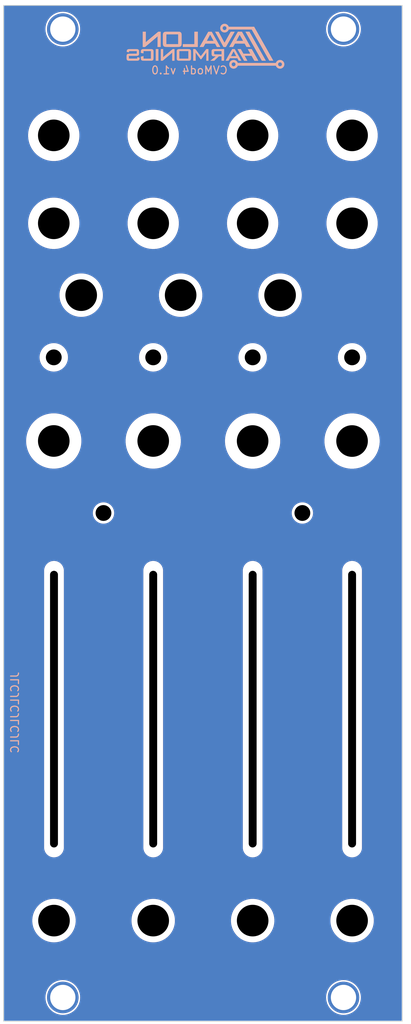
<source format=kicad_pcb>
(kicad_pcb (version 20240108) (generator "pcbnew") (generator_version "8.0")
  (layers (0 "F.Cu" signal) (31 "B.Cu" signal) (34 "B.Paste" user) (35 "F.Paste" user) (36 "B.SilkS" user "B.Silkscreen") (37 "F.SilkS" user "F.Silkscreen") (38 "B.Mask" user) (39 "F.Mask" user) (44 "Edge.Cuts" user))
  (net 0 "")
  (net 1 "GND")
  (footprint "Panels:Panel LED 3mm" (layer "F.Cu") (at 72.014 76.322)
    (property "Reference" "REF**" (hide yes))
    (property "Value" "Panel LED 3mm" (hide yes))
    (pad "" np_thru_hole circle (at 0 0) (size 2 2) (drill 3.1) (layers "Dwgs.User"))
  )
  (footprint "Panels:Panel Jack" (layer "F.Cu") (at 46.8172 48.2396)
    (property "Reference" "REF**" (hide yes))
    (property "Value" "Panel Jack" (hide yes))
    (pad "" np_thru_hole circle (at 0 0) (size 4 4) (drill 6) (layers "Dwgs.User"))
  )
  (footprint "Panels:Panel LED 3mm" (layer "F.Cu") (at 59.4156 76.322)
    (property "Reference" "REF**" (hide yes))
    (property "Value" "Panel LED 3mm" (hide yes))
    (pad "" np_thru_hole circle (at 0 0) (size 2 2) (drill 3.1) (layers "Dwgs.User"))
  )
  (footprint "Panels:Panel LED 3mm" (layer "F.Cu") (at 84.6124 76.322)
    (property "Reference" "REF**" (hide yes))
    (property "Value" "Panel LED 3mm" (hide yes))
    (pad "" np_thru_hole circle (at 0 0) (size 2 2) (drill 3.1) (layers "Dwgs.User"))
  )
  (footprint "Panels:Panel Avalon Harmonics Small 13mm" (layer "F.Cu") (at 65.7116 156.4132)
    (property "Reference" "G***" (hide yes))
    (property "Value" "LOGO" (hide yes))
  )
  (footprint "Panels:Panel Jack" (layer "F.Cu") (at 72.014 59.3648)
    (property "Reference" "REF**" (hide yes))
    (property "Value" "Panel Jack" (hide yes))
    (pad "" np_thru_hole circle (at 0 0) (size 4 4) (drill 6) (layers "Dwgs.User"))
  )
  (footprint "Panels:Panel Screw" (layer "F.Cu") (at 47.9616 34.7976)
    (property "Reference" "REF**" (hide yes))
    (property "Value" "Panel Screw" (hide yes))
    (pad "" thru_hole circle (at 0 0) (size 4 4) (drill 3.2) (layers "*.Cu" "*.Mask"))
  )
  (footprint "Panels:Panel Switch SubMini" (layer "F.Cu") (at 84.6124 147.574)
    (property "Reference" "REF**" (hide yes))
    (property "Value" "Panel Switch SubMini" (hide yes))
    (pad "" np_thru_hole circle (at 0 0) (size 4 4) (drill 5) (layers "Dwgs.User"))
  )
  (footprint "Panels:Panel Slide Pot 30mm 10 Ticks" (layer "F.Cu") (at 72.014 120.8228)
    (property "Reference" "REF**" (hide yes))
    (property "Value" "Panel Slide Pot 30mm 10 Ticks" (hide yes))
    (pad "" np_thru_hole roundrect (at 0 0) (size 1 35) (drill oval 2 37) (layers "Dwgs.User") (roundrect_rratio 0.5))
  )
  (footprint "Panels:Panel Trimmer Pot" (layer "F.Cu") (at 59.4156 86.9002)
    (property "Reference" "REF**" (hide yes))
    (property "Value" "Panel Trimmer Pot" (hide yes))
    (pad "" np_thru_hole circle (at 0 0) (size 4 4) (drill 6.5) (layers "Dwgs.User"))
  )
  (footprint "Panels:Panel Slide Pot 30mm 10 Ticks" (layer "F.Cu") (at 46.8452 120.8228)
    (property "Reference" "REF**" (hide yes))
    (property "Value" "Panel Slide Pot 30mm 10 Ticks" (hide yes))
    (pad "" np_thru_hole roundrect (at 0 0) (size 1 35) (drill oval 2 37) (layers "Dwgs.User") (roundrect_rratio 0.5))
  )
  (footprint "Panels:Panel Screw" (layer "F.Cu") (at 83.5216 157.2976)
    (property "Reference" "REF**" (hide yes))
    (property "Value" "Panel Screw" (hide yes))
    (pad "" thru_hole circle (at 0 0) (size 4 4) (drill 3.2) (layers "*.Cu" "*.Mask"))
  )
  (footprint "Panels:Panel Jack" (layer "F.Cu") (at 84.6124 59.3648)
    (property "Reference" "REF**" (hide yes))
    (property "Value" "Panel Jack" (hide yes))
    (pad "" np_thru_hole circle (at 0 0) (size 4 4) (drill 6) (layers "Dwgs.User"))
  )
  (footprint "Panels:Panel Switch SubMini" (layer "F.Cu") (at 59.4156 147.574)
    (property "Reference" "REF**" (hide yes))
    (property "Value" "Panel Switch SubMini" (hide yes))
    (pad "" np_thru_hole circle (at 0 0) (size 4 4) (drill 5) (layers "Dwgs.User"))
  )
  (footprint "Panels_Graphics:CVMod4_Panel" (layer "F.Cu") (at 65.682 96.039)
    (property "Reference" "G***" (hide yes))
    (property "Value" "LOGO" (hide yes))
  )
  (footprint "Panels:Panel LED 3mm" (layer "F.Cu") (at 46.8172 76.322)
    (property "Reference" "REF**" (hide yes))
    (property "Value" "Panel LED 3mm" (hide yes))
    (pad "" np_thru_hole circle (at 0 0) (size 2 2) (drill 3.1) (layers "Dwgs.User"))
  )
  (footprint "Panels:Panel Switch SubMini" (layer "F.Cu") (at 50.292 68.453)
    (property "Reference" "REF**" (hide yes))
    (property "Value" "Panel Switch SubMini" (hide yes))
    (pad "" np_thru_hole circle (at 0 0) (size 4 4) (drill 5) (layers "Dwgs.User"))
  )
  (footprint "Panels:Panel Trimmer Pot" (layer "F.Cu") (at 72.00975 86.908141)
    (property "Reference" "REF**" (hide yes))
    (property "Value" "Panel Trimmer Pot" (hide yes))
    (pad "" np_thru_hole circle (at 0 0) (size 4 4) (drill 6.5) (layers "Dwgs.User"))
  )
  (footprint "Panels:Panel Screw M2" (layer "F.Cu") (at 78.3132 96.012)
    (property "Reference" "REF**" (hide yes))
    (property "Value" "Panel Screw M2" (hide yes))
    (pad "" np_thru_hole circle (at 0 0) (size 2 2) (drill 2.2) (layers "Dwgs.User"))
  )
  (footprint "Panels:Panel Slide Pot 30mm 10 Ticks" (layer "F.Cu") (at 84.6124 120.8228)
    (property "Reference" "REF**" (hide yes))
    (property "Value" "Panel Slide Pot 30mm 10 Ticks" (hide yes))
    (pad "" np_thru_hole roundrect (at 0 0) (size 1 35) (drill oval 2 37) (layers "Dwgs.User") (roundrect_rratio 0.5))
  )
  (footprint "Panels:Panel Screw" (layer "F.Cu") (at 83.5216 34.7976)
    (property "Reference" "REF**" (hide yes))
    (property "Value" "Panel Screw" (hide yes))
    (pad "" thru_hole circle (at 0 0) (size 4 4) (drill 3.2) (layers "*.Cu" "*.Mask"))
  )
  (footprint "Panels:Panel Screw" (layer "F.Cu") (at 47.9616 157.2976)
    (property "Reference" "REF**" (hide yes))
    (property "Value" "Panel Screw" (hide yes))
    (pad "" thru_hole circle (at 0 0) (size 4 4) (drill 3.2) (layers "*.Cu" "*.Mask"))
  )
  (footprint "Panels:Panel Jack" (layer "F.Cu") (at 59.4156 48.2396)
    (property "Reference" "REF**" (hide yes))
    (property "Value" "Panel Jack" (hide yes))
    (pad "" np_thru_hole circle (at 0 0) (size 4 4) (drill 6) (layers "Dwgs.User"))
  )
  (footprint "Panels:Panel Trimmer Pot" (layer "F.Cu") (at 84.60815 86.908141)
    (property "Reference" "REF**" (hide yes))
    (property "Value" "Panel Trimmer Pot" (hide yes))
    (pad "" np_thru_hole circle (at 0 0) (size 4 4) (drill 6.5) (layers "Dwgs.User"))
  )
  (footprint "Panels:Panel Jack" (layer "F.Cu") (at 72.014 48.2396)
    (property "Reference" "REF**" (hide yes))
    (property "Value" "Panel Jack" (hide yes))
    (pad "" np_thru_hole circle (at 0 0) (size 4 4) (drill 6) (layers "Dwgs.User"))
  )
  (footprint "Panels:Panel Jack" (layer "F.Cu") (at 59.4156 59.3648)
    (property "Reference" "REF**" (hide yes))
    (property "Value" "Panel Jack" (hide yes))
    (pad "" np_thru_hole circle (at 0 0) (size 4 4) (drill 6) (layers "Dwgs.User"))
  )
  (footprint "Panels:Panel Jack" (layer "F.Cu") (at 84.6124 48.2396)
    (property "Reference" "REF**" (hide yes))
    (property "Value" "Panel Jack" (hide yes))
    (pad "" np_thru_hole circle (at 0 0) (size 4 4) (drill 6) (layers "Dwgs.User"))
  )
  (footprint "Panels:Panel Jack" (layer "F.Cu") (at 46.8172 59.3648)
    (property "Reference" "REF**" (hide yes))
    (property "Value" "Panel Jack" (hide yes))
    (pad "" np_thru_hole circle (at 0 0) (size 4 4) (drill 6) (layers "Dwgs.User"))
  )
  (footprint "Panels:Panel Switch SubMini" (layer "F.Cu") (at 75.4888 68.453)
    (property "Reference" "REF**" (hide yes))
    (property "Value" "Panel Switch SubMini" (hide yes))
    (pad "" np_thru_hole circle (at 0 0) (size 4 4) (drill 5) (layers "Dwgs.User"))
  )
  (footprint "Panels:Panel Trimmer Pot" (layer "F.Cu") (at 46.8172 86.9002)
    (property "Reference" "REF**" (hide yes))
    (property "Value" "Panel Trimmer Pot" (hide yes))
    (pad "" np_thru_hole circle (at 0 0) (size 4 4) (drill 6.5) (layers "Dwgs.User"))
  )
  (footprint "Panels:Panel Switch SubMini" (layer "F.Cu") (at 72.014 147.574)
    (property "Reference" "REF**" (hide yes))
    (property "Value" "Panel Switch SubMini" (hide yes))
    (pad "" np_thru_hole circle (at 0 0) (size 4 4) (drill 5) (layers "Dwgs.User"))
  )
  (footprint "Panels:Panel Slide Pot 30mm 10 Ticks" (layer "F.Cu") (at 59.4156 120.8228)
    (property "Reference" "REF**" (hide yes))
    (property "Value" "Panel Slide Pot 30mm 10 Ticks" (hide yes))
    (pad "" np_thru_hole roundrect (at 0 0) (size 1 35) (drill oval 2 37) (layers "Dwgs.User") (roundrect_rratio 0.5))
  )
  (footprint "Panels:Panel Switch SubMini" (layer "F.Cu") (at 62.8904 68.453)
    (property "Reference" "REF**" (hide yes))
    (property "Value" "Panel Switch SubMini" (hide yes))
    (pad "" np_thru_hole circle (at 0 0) (size 4 4) (drill 5) (layers "Dwgs.User"))
  )
  (footprint "Panels:Panel Switch SubMini" (layer "F.Cu") (at 46.8452 147.574)
    (property "Reference" "REF**" (hide yes))
    (property "Value" "Panel Switch SubMini" (hide yes))
    (pad "" np_thru_hole circle (at 0 0) (size 4 4) (drill 5) (layers "Dwgs.User"))
  )
  (footprint "Panels:Panel Screw M2" (layer "F.Cu") (at 53.1164 96.012)
    (property "Reference" "REF**" (hide yes))
    (property "Value" "Panel Screw M2" (hide yes))
    (pad "" np_thru_hole circle (at 0 0) (size 2 2) (drill 2.2) (layers "Dwgs.User"))
  )
  (footprint "Logos:Avalon Harmonics 20mm" (layer "B.Cu") (at 66.04 36.957 180)
    (property "Reference" "G***" (hide yes))
    (property "Value" "LOGO" (hide yes))
    (fp_poly (pts (xy 6.306072 -1.844965) (xy 5.964412 -1.844965) (xy 5.964412 -0.361183) (xy 6.306072 -0.361183)) (fill solid) (layer "B.SilkS"))
    (fp_poly (pts (xy 1.415449 0.263567) (xy 2.880138 0.263567) (xy 2.877482 0.080535) (xy 2.874827 -0.102498) (xy 1.927174 -0.104986) (xy 1.792812 -0.105273) (xy 1.663999 -0.105418) (xy 1.542073 -0.105429) (xy 1.428372 -0.105309) (xy 1.324237 -0.105066) (xy 1.231004 -0.104705) (xy 1.150014 -0.104231) (xy 1.082604 -0.103651) (xy 1.030114 -0.102969) (xy 0.993881 -0.102193) (xy 0.975245 -0.101326) (xy 0.972966 -0.100919) (xy 0.972045 -0.090441) (xy 0.971163 -0.061766) (xy 0.970328 -0.016221) (xy 0.969549 0.044868) (xy 0.968836 0.120174) (xy 0.968197 0.208371) (xy 0.967641 0.308132) (xy 0.967177 0.418131) (xy 0.966815 0.537041) (xy 0.966563 0.663535) (xy 0.966429 0.796288) (xy 0.96641 0.870421) (xy 0.96641 1.835204) (xy 1.415449 1.835204)) (fill solid) (layer "B.SilkS"))
    (fp_poly (pts (xy 5.661798 -1.844965) (xy 5.426881 -1.844965) (xy 5.078218 -1.551221) (xy 4.999685 -1.485069) (xy 4.919275 -1.417356) (xy 4.839575 -1.350259) (xy 4.763171 -1.285954) (xy 4.69265 -1.226618) (xy 4.630597 -1.174428) (xy 4.5796 -1.131561) (xy 4.559152 -1.114384) (xy 4.503752 -1.067659) (xy 4.447584 -1.019923) (xy 4.394376 -0.974371) (xy 4.347856 -0.934198) (xy 4.311753 -0.902598) (xy 4.305347 -0.896908) (xy 4.221944 -0.822525) (xy 4.227642 -1.844965) (xy 3.924212 -1.844965) (xy 3.924212 -0.361183) (xy 4.038912 -0.361223) (xy 4.153612 -0.361262) (xy 4.719792 -0.834667) (xy 4.811698 -0.911653) (xy 4.900002 -0.985893) (xy 4.983439 -1.056306) (xy 5.060744 -1.121813) (xy 5.13065 -1.181332) (xy 5.191894 -1.233784) (xy 5.243208 -1.278087) (xy 5.283328 -1.313162) (xy 5.310989 -1.337927) (xy 5.324924 -1.351303) (xy 5.325019 -1.351408) (xy 5.364066 -1.394744) (xy 5.360937 -0.877963) (xy 5.357808 -0.361183) (xy 5.661798 -0.361183)) (fill solid) (layer "B.SilkS"))
    (fp_poly (pts (xy -5.231781 1.835017) (xy -5.169015 1.834401) (xy -5.122259 1.833269) (xy -5.089758 1.831539) (xy -5.069756 1.829124) (xy -5.060499 1.82594) (xy -5.059549 1.823002) (xy -5.064779 1.813456) (xy -5.079191 1.787707) (xy -5.102342 1.746537) (xy -5.133791 1.690728) (xy -5.173094 1.621062) (xy -5.219811 1.538323) (xy -5.273497 1.443293) (xy -5.33371 1.336755) (xy -5.400009 1.21949) (xy -5.471951 1.092282) (xy -5.549093 0.955913) (xy -5.630993 0.811165) (xy -5.717208 0.658821) (xy -5.807297 0.499664) (xy -5.900816 0.334476) (xy -5.997323 0.16404) (xy -6.096376 -0.010862) (xy -6.098517 -0.014642) (xy -7.132419 -1.840084) (xy -7.654201 -1.845286) (xy -7.63012 -1.803638) (xy -7.622617 -1.790483) (xy -7.606045 -1.7613) (xy -7.580951 -1.717052) (xy -7.547879 -1.658704) (xy -7.507376 -1.587219) (xy -7.459988 -1.503561) (xy -7.40626 -1.408695) (xy -7.346739 -1.303583) (xy -7.28197 -1.18919) (xy -7.212498 -1.066479) (xy -7.138871 -0.936415) (xy -7.061632 -0.79996) (xy -6.981329 -0.65808) (xy -6.898508 -0.511738) (xy -6.876836 -0.473443) (xy -6.788014 -0.31649) (xy -6.698197 -0.157782) (xy -6.608224 0.0012) (xy -6.518932 0.158976) (xy -6.431159 0.314066) (xy -6.345743 0.46499) (xy -6.26352 0.610269) (xy -6.18533 0.748421) (xy -6.112009 0.877966) (xy -6.044395 0.997426) (xy -5.983326 1.105319) (xy -5.92964 1.200166) (xy -5.884174 1.280486) (xy -5.858888 1.325154) (xy -5.570142 1.835204) (xy -5.312313 1.835204)) (fill solid) (layer "B.SilkS"))
    (fp_poly (pts (xy -1.22225 1.812504) (xy -1.228557 1.80102) (xy -1.243659 1.773554) (xy -1.266936 1.731228) (xy -1.297772 1.675166) (xy -1.335549 1.60649) (xy -1.379648 1.526323) (xy -1.429453 1.435788) (xy -1.484346 1.336008) (xy -1.543708 1.228106) (xy -1.606922 1.113205) (xy -1.673371 0.992427) (xy -1.742436 0.866895) (xy -1.756666 0.841032) (xy -2.278473 -0.107378) (xy -2.585169 -0.107378) (xy -2.959083 0.539336) (xy -3.024746 0.652901) (xy -3.092111 0.769399) (xy -3.15984 0.886519) (xy -3.226598 1.001952) (xy -3.291048 1.113387) (xy -3.351854 1.218513) (xy -3.40768 1.315019) (xy -3.457188 1.400596) (xy -3.499044 1.472932) (xy -3.519446 1.508186) (xy -3.705896 1.830323) (xy -3.452084 1.832929) (xy -3.383531 1.833353) (xy -3.321451 1.833203) (xy -3.268504 1.832528) (xy -3.227349 1.831378) (xy -3.200644 1.829802) (xy -3.191149 1.828048) (xy -3.185378 1.818554) (xy -3.170811 1.793309) (xy -3.148177 1.753608) (xy -3.118207 1.700742) (xy -3.081629 1.636003) (xy -3.039172 1.560686) (xy -2.991565 1.476082) (xy -2.939538 1.383484) (xy -2.883819 1.284185) (xy -2.825138 1.179477) (xy -2.801488 1.137241) (xy -2.741857 1.03078) (xy -2.684914 0.92923) (xy -2.631387 0.833881) (xy -2.582005 0.746027) (xy -2.537495 0.666957) (xy -2.498585 0.597964) (xy -2.466003 0.54034) (xy -2.440477 0.495375) (xy -2.422735 0.464361) (xy -2.413505 0.44859) (xy -2.412367 0.446847) (xy -2.406865 0.45414) (xy -2.392905 0.477409) (xy -2.371183 0.515385) (xy -2.342395 0.566802) (xy -2.307238 0.630389) (xy -2.266408 0.704881) (xy -2.220602 0.789008) (xy -2.170517 0.881502) (xy -2.116848 0.981096) (xy -2.060293 1.086521) (xy -2.034343 1.135048) (xy -1.662903 1.830323) (xy -1.436272 1.832945) (xy -1.209641 1.835566)) (fill solid) (layer "B.SilkS"))
    (fp_poly (pts (xy 7.955803 -0.107378) (xy 7.655419 -0.107378) (xy 6.934377 0.498796) (xy 6.829885 0.586748) (xy 6.728337 0.672425) (xy 6.630905 0.754828) (xy 6.538759 0.832957) (xy 6.453071 0.905814) (xy 6.37501 0.9724) (xy 6.305749 1.031715) (xy 6.246457 1.08276) (xy 6.198305 1.124536) (xy 6.162465 1.156044) (xy 6.140107 1.176284) (xy 6.136545 1.179676) (xy 6.103265 1.211687) (xy 6.081656 1.23117) (xy 6.06965 1.239473) (xy 6.065182 1.237943) (xy 6.066183 1.227926) (xy 6.06684 1.225097) (xy 6.06812 1.210502) (xy 6.069465 1.178081) (xy 6.070846 1.12953) (xy 6.072233 1.066547) (xy 6.073597 0.990828) (xy 6.074908 0.90407) (xy 6.076138 0.80797) (xy 6.077256 0.704225) (xy 6.078234 0.594531) (xy 6.078616 0.544216) (xy 6.083306 -0.107378) (xy 5.883941 -0.107378) (xy 5.823433 -0.107073) (xy 5.769672 -0.106222) (xy 5.725677 -0.104919) (xy 5.694467 -0.103261) (xy 5.679062 -0.101342) (xy 5.678068 -0.100871) (xy 5.677154 -0.0904) (xy 5.676278 -0.061732) (xy 5.675449 -0.016193) (xy 5.674676 0.044889) (xy 5.673968 0.120189) (xy 5.673333 0.208381) (xy 5.672782 0.308137) (xy 5.672322 0.418131) (xy 5.671962 0.537038) (xy 5.671711 0.663529) (xy 5.671579 0.79628) (xy 5.67156 0.870421) (xy 5.67156 1.835204) (xy 5.988816 1.83485) (xy 6.434008 1.461641) (xy 6.524651 1.385672) (xy 6.619073 1.306566) (xy 6.714726 1.226456) (xy 6.809064 1.147474) (xy 6.89954 1.071752) (xy 6.983607 1.001421) (xy 7.058718 0.938613) (xy 7.122326 0.885461) (xy 7.141733 0.869256) (xy 7.207258 0.814249) (xy 7.271543 0.759721) (xy 7.332133 0.707794) (xy 7.386577 0.66059) (xy 7.432419 0.620232) (xy 7.467206 0.588843) (xy 7.482359 0.574611) (xy 7.560453 0.499142) (xy 7.557104 1.167173) (xy 7.553756 1.835204) (xy 7.955803 1.835204)) (fill solid) (layer "B.SilkS"))
    (fp_poly (pts (xy 0.239139 -0.797761) (xy 0.302101 -0.878727) (xy 0.361674 -0.955264) (xy 0.416747 -1.025948) (xy 0.466208 -1.089357) (xy 0.508944 -1.144065) (xy 0.543844 -1.18865) (xy 0.569795 -1.221687) (xy 0.585686 -1.241752) (xy 0.590274 -1.247369) (xy 0.59524 -1.24719) (xy 0.604992 -1.239743) (xy 0.620341 -1.224033) (xy 0.6421 -1.199065) (xy 0.671081 -1.163844) (xy 0.708093 -1.117374) (xy 0.75395 -1.05866) (xy 0.809463 -0.986708) (xy 0.875443 -0.900523) (xy 0.908498 -0.85718) (xy 0.968974 -0.777843) (xy 1.026926 -0.701877) (xy 1.081074 -0.63096) (xy 1.130136 -0.566766) (xy 1.172829 -0.510972) (xy 1.207872 -0.465253) (xy 1.233984 -0.431285) (xy 1.249882 -0.410745) (xy 1.252167 -0.407832) (xy 1.289001 -0.361183) (xy 1.561875 -0.361183) (xy 1.561875 -1.844965) (xy 1.238652 -1.844965) (xy 1.241636 -1.319304) (xy 1.244619 -0.793642) (xy 1.210453 -0.854572) (xy 1.197682 -0.874704) (xy 1.17445 -0.908561) (xy 1.142087 -0.954308) (xy 1.101922 -1.010108) (xy 1.055285 -1.074126) (xy 1.003505 -1.144526) (xy 0.947912 -1.219472) (xy 0.893197 -1.29265) (xy 0.610107 -1.669799) (xy 0.57424 -1.667086) (xy 0.565772 -1.666062) (xy 0.557388 -1.66347) (xy 0.547998 -1.658015) (xy 0.536513 -1.648401) (xy 0.521845 -1.633334) (xy 0.502902 -1.611518) (xy 0.478597 -1.581658) (xy 0.44784 -1.54246) (xy 0.409541 -1.492628) (xy 0.36261 -1.430868) (xy 0.30596 -1.355883) (xy 0.249932 -1.281555) (xy 0.191546 -1.20379) (xy 0.135866 -1.129103) (xy 0.084186 -1.059267) (xy 0.037804 -0.996058) (xy -0.001986 -0.941252) (xy -0.033886 -0.896624) (xy -0.056601 -0.863947) (xy -0.068835 -0.844999) (xy -0.068995 -0.844718) (xy -0.084914 -0.816895) (xy -0.096486 -0.797392) (xy -0.10099 -0.790695) (xy -0.101223 -0.80016) (xy -0.101344 -0.827369) (xy -0.101356 -0.870544) (xy -0.101263 -0.927907) (xy -0.101072 -0.99768) (xy -0.100785 -1.078084) (xy -0.100407 -1.16734) (xy -0.099943 -1.263671) (xy -0.099659 -1.317828) (xy -0.09682 -1.844965) (xy -0.38083 -1.844965) (xy -0.378329 -1.105515) (xy -0.375827 -0.366064) (xy -0.238218 -0.363365) (xy -0.100609 -0.360665)) (fill solid) (layer "B.SilkS"))
    (fp_poly (pts (xy -1.676576 -0.363461) (xy -1.542821 -0.364109) (xy -1.427159 -0.364766) (xy -1.328162 -0.365471) (xy -1.244399 -0.366263) (xy -1.17444 -0.36718) (xy -1.116857 -0.36826) (xy -1.070218 -0.369543) (xy -1.033095 -0.371068) (xy -1.004058 -0.372871) (xy -0.981677 -0.374993) (xy -0.964523 -0.377472) (xy -0.951165 -0.380347) (xy -0.941144 -0.383325) (xy -0.886081 -0.405922) (xy -0.845499 -0.433378) (xy -0.814365 -0.469821) (xy -0.795581 -0.502728) (xy -0.766296 -0.561299) (xy -0.766296 -0.815103) (xy -0.76657 -0.904321) (xy -0.76768 -0.976444) (xy -0.770053 -1.033896) (xy -0.774119 -1.079102) (xy -0.780305 -1.114486) (xy -0.789041 -1.142472) (xy -0.800755 -1.165485) (xy -0.815876 -1.185949) (xy -0.834831 -1.206288) (xy -0.835586 -1.207044) (xy -0.863298 -1.23153) (xy -0.893286 -1.250283) (xy -0.928727 -1.264143) (xy -0.9728 -1.27395) (xy -1.028681 -1.280545) (xy -1.099546 -1.284766) (xy -1.134302 -1.286027) (xy -1.28755 -1.290854) (xy -0.958591 -1.559247) (xy -0.889262 -1.615836) (xy -0.824483 -1.668759) (xy -0.765847 -1.716709) (xy -0.71495 -1.758381) (xy -0.673386 -1.792468) (xy -0.64275 -1.817664) (xy -0.624637 -1.832663) (xy -0.620358 -1.836303) (xy -0.626934 -1.838809) (xy -0.651084 -1.840942) (xy -0.690861 -1.842635) (xy -0.744317 -1.843821) (xy -0.809504 -1.844433) (xy -0.85952 -1.844488) (xy -1.107956 -1.844011) (xy -1.400807 -1.56684) (xy -1.693659 -1.289669) (xy -2.030439 -1.288547) (xy -2.030439 -1.844965) (xy -2.362337 -1.844965) (xy -2.362337 -0.624171) (xy -2.030439 -0.624171) (xy -2.030439 -1.034742) (xy -1.618006 -1.034688) (xy -1.517684 -1.03444) (xy -1.426689 -1.03375) (xy -1.34671 -1.032654) (xy -1.279437 -1.03119) (xy -1.226559 -1.029394) (xy -1.189766 -1.027304) (xy -1.170747 -1.024956) (xy -1.17043 -1.024871) (xy -1.144596 -1.016437) (xy -1.125759 -1.005655) (xy -1.112825 -0.989554) (xy -1.104697 -0.965166) (xy -1.100282 -0.92952) (xy -1.098484 -0.879649) (xy -1.098194 -0.828969) (xy -1.098194 -0.683794) (xy -1.125253 -0.656712) (xy -1.152312 -0.629631) (xy -1.591375 -0.626901) (xy -2.030439 -0.624171) (xy -2.362337 -0.624171) (xy -2.362337 -0.360322)) (fill solid) (layer "B.SilkS"))
    (fp_poly (pts (xy -2.962683 -1.09351) (xy -2.899658 -1.203523) (xy -2.839426 -1.308748) (xy -2.782694 -1.407943) (xy -2.73017 -1.499868) (xy -2.682561 -1.583283) (xy -2.640573 -1.656947) (xy -2.604915 -1.71962) (xy -2.576292 -1.770061) (xy -2.555413 -1.80703) (xy -2.542984 -1.829285) (xy -2.539605 -1.83565) (xy -2.54784 -1.83922) (xy -2.574932 -1.841684) (xy -2.620244 -1.843016) (xy -2.683141 -1.843192) (xy -2.729076 -1.842734) (xy -2.921871 -1.840084) (xy -3.096397 -1.522828) (xy -3.566435 -1.52292) (xy -4.036472 -1.523012) (xy -4.121098 -1.681548) (xy -4.205723 -1.840084) (xy -4.378076 -1.842753) (xy -4.55043 -1.845421) (xy -4.524795 -1.798825) (xy -4.516052 -1.78318) (xy -4.498463 -1.751922) (xy -4.472805 -1.706425) (xy -4.439853 -1.648063) (xy -4.400386 -1.578211) (xy -4.355179 -1.498242) (xy -4.305009 -1.40953) (xy -4.250653 -1.313451) (xy -4.216757 -1.253556) (xy -3.885166 -1.253556) (xy -3.875783 -1.254921) (xy -3.849152 -1.25617) (xy -3.807548 -1.25726) (xy -3.753246 -1.258153) (xy -3.688521 -1.258808) (xy -3.615647 -1.259185) (xy -3.563029 -1.259262) (xy -3.485943 -1.259147) (xy -3.415471 -1.258823) (xy -3.353887 -1.258317) (xy -3.303467 -1.257655) (xy -3.266486 -1.256867) (xy -3.245218 -1.25598) (xy -3.240892 -1.25534) (xy -3.245267 -1.246336) (xy -3.257543 -1.222508) (xy -3.276445 -1.186266) (xy -3.300698 -1.140019) (xy -3.329028 -1.086175) (xy -3.36016 -1.027145) (xy -3.39282 -0.965337) (xy -3.425733 -0.903161) (xy -3.457625 -0.843027) (xy -3.487221 -0.787342) (xy -3.513247 -0.738518) (xy -3.534427 -0.698962) (xy -3.549488 -0.671085) (xy -3.557154 -0.657295) (xy -3.557808 -0.65628) (xy -3.562818 -0.663822) (xy -3.575818 -0.686179) (xy -3.595515 -0.720993) (xy -3.620615 -0.765905) (xy -3.649826 -0.818556) (xy -3.681855 -0.876586) (xy -3.715409 -0.937636) (xy -3.749193 -0.999346) (xy -3.781917 -1.059358) (xy -3.812285 -1.115313) (xy -3.839006 -1.164851) (xy -3.860787 -1.205613) (xy -3.876333 -1.235239) (xy -3.884353 -1.251371) (xy -3.885166 -1.253556) (xy -4.216757 -1.253556) (xy -4.192887 -1.211377) (xy -4.132489 -1.104683) (xy -4.106706 -1.059146) (xy -3.714252 -0.366064) (xy -3.548344 -0.363584) (xy -3.382437 -0.361104)) (fill solid) (layer "B.SilkS"))
    (fp_poly (pts (xy 0.201397 0.870532) (xy 0.273674 0.744382) (xy 0.343178 0.622916) (xy 0.409296 0.507213) (xy 0.471417 0.39835) (xy 0.528929 0.297406) (xy 0.581218 0.205457) (xy 0.627675 0.123583) (xy 0.667685 0.05286) (xy 0.700638 -0.005633) (xy 0.725921 -0.050818) (xy 0.742922 -0.081619) (xy 0.751029 -0.096956) (xy 0.751652 -0.098483) (xy 0.742157 -0.101252) (xy 0.714722 -0.103371) (xy 0.67092 -0.104801) (xy 0.612325 -0.105499) (xy 0.540511 -0.105423) (xy 0.502139 -0.105103) (xy 0.252627 -0.102498) (xy 0.021593 0.317256) (xy -1.212128 0.317256) (xy -1.438962 -0.107378) (xy -1.662532 -0.107378) (xy -1.736919 -0.107159) (xy -1.793649 -0.10643) (xy -1.834584 -0.105089) (xy -1.861583 -0.103032) (xy -1.876511 -0.100153) (xy -1.881227 -0.09635) (xy -1.881002 -0.095176) (xy -1.875608 -0.08523) (xy -1.861203 -0.059389) (xy -1.838401 -0.018741) (xy -1.807818 0.035623) (xy -1.770069 0.102614) (xy -1.725768 0.181143) (xy -1.675532 0.270119) (xy -1.619974 0.368453) (xy -1.559709 0.475056) (xy -1.495354 0.588838) (xy -1.447413 0.673559) (xy -1.016379 0.673559) (xy -0.596045 0.673559) (xy -0.507581 0.673709) (xy -0.425447 0.674138) (xy -0.351635 0.674814) (xy -0.288136 0.675705) (xy -0.236942 0.67678) (xy -0.200045 0.678007) (xy -0.179436 0.679355) (xy -0.175711 0.680244) (xy -0.180109 0.690327) (xy -0.192555 0.715371) (xy -0.211931 0.753262) (xy -0.237117 0.801887) (xy -0.266994 0.859134) (xy -0.300443 0.92289) (xy -0.336344 0.991041) (xy -0.373577 1.061474) (xy -0.411024 1.132077) (xy -0.447565 1.200737) (xy -0.482081 1.26534) (xy -0.513452 1.323774) (xy -0.540559 1.373925) (xy -0.562283 1.413681) (xy -0.577505 1.440929) (xy -0.585105 1.453555) (xy -0.585704 1.454184) (xy -0.591324 1.445903) (xy -0.605336 1.422084) (xy -0.626837 1.384355) (xy -0.654926 1.334346) (xy -0.688701 1.273689) (xy -0.727259 1.204012) (xy -0.7697 1.126946) (xy -0.815121 1.044122) (xy -0.86262 0.957169) (xy -0.911295 0.867717) (xy -0.960245 0.777397) (xy -0.96455 0.769434) (xy -1.016379 0.673559) (xy -1.447413 0.673559) (xy -1.427522 0.70871) (xy -1.35683 0.833581) (xy -1.334125 0.873675) (xy -0.792348 1.830323) (xy -0.348858 1.830323)) (fill solid) (layer "B.SilkS"))
    (fp_poly (pts (xy -3.555025 0.88032) (xy -3.482782 0.754301) (xy -3.413215 0.632858) (xy -3.346947 0.517083) (xy -3.2846 0.408067) (xy -3.226797 0.306902) (xy -3.174161 0.214679) (xy -3.127313 0.132491) (xy -3.086876 0.061427) (xy -3.053473 0.002581) (xy -3.027726 -0.042957) (xy -3.010258 -0.074095) (xy -3.001691 -0.089742) (xy -3.000932 -0.091295) (xy -3.000257 -0.096282) (xy -3.00396 -0.1001) (xy -3.014171 -0.102871) (xy -3.03302 -0.104714) (xy -3.062638 -0.105748) (xy -3.105156 -0.106094) (xy -3.162705 -0.105871) (xy -3.237415 -0.105199) (xy -3.246551 -0.105105) (xy -3.498469 -0.102498) (xy -3.614767 0.109892) (xy -3.731066 0.322282) (xy -4.960186 0.317256) (xy -5.188844 -0.102498) (xy -5.413119 -0.10364) (xy -5.479654 -0.103712) (xy -5.541649 -0.103279) (xy -5.59575 -0.102405) (xy -5.638604 -0.101152) (xy -5.666857 -0.099583) (xy -5.674106 -0.098759) (xy -5.710818 -0.092736) (xy -5.272006 0.682087) (xy -4.752332 0.682087) (xy -4.74361 0.680239) (xy -4.717229 0.678539) (xy -4.675056 0.677026) (xy -4.618954 0.675738) (xy -4.550789 0.674714) (xy -4.472426 0.673992) (xy -4.38573 0.67361) (xy -4.338855 0.673559) (xy -4.23405 0.673669) (xy -4.147346 0.674026) (xy -4.077322 0.674672) (xy -4.022554 0.675651) (xy -3.981623 0.677002) (xy -3.953105 0.67877) (xy -3.93558 0.680995) (xy -3.927626 0.683721) (xy -3.926907 0.685761) (xy -3.933086 0.698511) (xy -3.947164 0.725901) (xy -3.967975 0.765752) (xy -3.994357 0.815883) (xy -4.025146 0.874114) (xy -4.059179 0.938265) (xy -4.095292 1.006155) (xy -4.132322 1.075603) (xy -4.169105 1.14443) (xy -4.204479 1.210455) (xy -4.237279 1.271498) (xy -4.266343 1.325378) (xy -4.290506 1.369915) (xy -4.308606 1.402928) (xy -4.319479 1.422237) (xy -4.322095 1.426385) (xy -4.32774 1.419216) (xy -4.341807 1.397127) (xy -4.363098 1.362191) (xy -4.390417 1.316478) (xy -4.422566 1.262058) (xy -4.458349 1.201002) (xy -4.496569 1.135381) (xy -4.536028 1.067267) (xy -4.57553 0.998729) (xy -4.613878 0.931838) (xy -4.649874 0.868666) (xy -4.682322 0.811283) (xy -4.710024 0.76176) (xy -4.731784 0.722167) (xy -4.746404 0.694576) (xy -4.752332 0.682087) (xy -5.272006 0.682087) (xy -5.166267 0.868794) (xy -4.621716 1.830323) (xy -4.362267 1.83292) (xy -4.102817 1.835518)) (fill solid) (layer "B.SilkS"))
    (fp_poly (pts (xy 2.57596 -0.362442) (xy 2.710027 -0.362953) (xy 2.809928 -0.363501) (xy 2.93561 -0.364283) (xy 3.043313 -0.365061) (xy 3.134582 -0.365883) (xy 3.210961 -0.3668) (xy 3.273995 -0.367859) (xy 3.325227 -0.36911) (xy 3.366203 -0.370602) (xy 3.398467 -0.372384) (xy 3.423563 -0.374505) (xy 3.443036 -0.377013) (xy 3.45843 -0.379959) (xy 3.471291 -0.383391) (xy 3.475173 -0.384616) (xy 3.533932 -0.409647) (xy 3.577821 -0.442983) (xy 3.610863 -0.488002) (xy 3.620337 -0.506565) (xy 3.646003 -0.561299) (xy 3.646003 -1.654611) (xy 3.620411 -1.709185) (xy 3.596398 -1.751147) (xy 3.566822 -1.7821) (xy 3.526499 -1.806516) (xy 3.489815 -1.821846) (xy 3.479397 -1.825398) (xy 3.467553 -1.828464) (xy 3.452833 -1.831085) (xy 3.433787 -1.8333) (xy 3.408966 -1.835148) (xy 3.376919 -1.836669) (xy 3.336196 -1.837902) (xy 3.285347 -1.838886) (xy 3.222922 -1.839661) (xy 3.147472 -1.840267) (xy 3.057545 -1.840742) (xy 2.951693 -1.841127) (xy 2.828465 -1.84146) (xy 2.762567 -1.841614) (xy 2.648164 -1.841758) (xy 2.538707 -1.841676) (xy 2.435888 -1.841382) (xy 2.341395 -1.840893) (xy 2.25692 -1.840223) (xy 2.184152 -1.839387) (xy 2.124782 -1.8384) (xy 2.080499 -1.837278) (xy 2.052995 -1.836035) (xy 2.04508 -1.835205) (xy 1.983478 -1.817796) (xy 1.933242 -1.793664) (xy 1.898336 -1.764712) (xy 1.898257 -1.764618) (xy 1.882799 -1.744706) (xy 1.86961 -1.723454) (xy 1.858529 -1.699246) (xy 1.8494 -1.670467) (xy 1.842061 -1.635501) (xy 1.836355 -1.592731) (xy 1.834644 -1.571637) (xy 2.176864 -1.571637) (xy 3.309223 -1.571637) (xy 3.309223 -0.62475) (xy 2.176864 -0.62475) (xy 2.176864 -1.571637) (xy 1.834644 -1.571637) (xy 1.832123 -1.540542) (xy 1.829205 -1.477317) (xy 1.827443 -1.401441) (xy 1.826677 -1.311298) (xy 1.826749 -1.205271) (xy 1.8275 -1.081745) (xy 1.827774 -1.048087) (xy 1.828805 -0.932776) (xy 1.829946 -0.835237) (xy 1.831425 -0.75372) (xy 1.833473 -0.686476) (xy 1.836317 -0.631753) (xy 1.840189 -0.587801) (xy 1.845317 -0.55287) (xy 1.851931 -0.525209) (xy 1.86026 -0.503069) (xy 1.870533 -0.484698) (xy 1.882981 -0.468346) (xy 1.897831 -0.452264) (xy 1.907088 -0.442917) (xy 1.923135 -0.427868) (xy 1.940089 -0.414735) (xy 1.959312 -0.403397) (xy 1.982167 -0.393736) (xy 2.010014 -0.385631) (xy 2.044216 -0.378962) (xy 2.086135 -0.373611) (xy 2.137132 -0.369456) (xy 2.19857 -0.366378) (xy 2.27181 -0.364257) (xy 2.358214 -0.362974) (xy 2.459143 -0.362409)) (fill solid) (layer "B.SilkS"))
    (fp_poly (pts (xy -2.312404 2.830241) (xy -2.256269 2.817808) (xy -2.254958 2.817374) (xy -2.159258 2.776138) (xy -2.075873 2.721805) (xy -2.005286 2.656328) (xy -1.947982 2.581661) (xy -1.904445 2.49976) (xy -1.875159 2.412578) (xy -1.860608 2.322071) (xy -1.861277 2.230192) (xy -1.877648 2.138895) (xy -1.910207 2.050137) (xy -1.959438 1.965869) (xy -2.024968 1.888894) (xy -2.102635 1.824851) (xy -2.187515 1.777424) (xy -2.277423 1.746255) (xy -2.370175 1.730989) (xy -2.463585 1.731267) (xy -2.555469 1.746733) (xy -2.643642 1.777031) (xy -2.72592 1.821803) (xy -2.800118 1.880692) (xy -2.864051 1.953342) (xy -2.912878 2.033945) (xy -2.949764 2.108596) (xy -5.84972 2.103652) (xy -8.082736 -1.840084) (xy -8.342274 -1.842686) (xy -8.411823 -1.843079) (xy -8.473855 -1.842844) (xy -8.525952 -1.842035) (xy -8.565697 -1.840708) (xy -8.590672 -1.838918) (xy -8.598504 -1.836805) (xy -8.593464 -1.827673) (xy -8.579208 -1.802274) (xy -8.556141 -1.761327) (xy -8.524672 -1.705552) (xy -8.485207 -1.635668) (xy -8.438153 -1.552394) (xy -8.383917 -1.456451) (xy -8.322906 -1.348557) (xy -8.255528 -1.229431) (xy -8.182189 -1.099794) (xy -8.103295 -0.960365) (xy -8.019255 -0.811863) (xy -7.930475 -0.655008) (xy -7.837362 -0.490518) (xy -7.740323 -0.319115) (xy -7.639765 -0.141516) (xy -7.536095 0.041558) (xy -7.42972 0.229389) (xy -7.38077 0.315815) (xy -6.265208 2.285403) (xy -2.65475 2.285403) (xy -2.650885 2.234186) (xy -2.6404 2.190106) (xy -2.636852 2.181367) (xy -2.614625 2.146378) (xy -2.581524 2.110154) (xy -2.543613 2.078281) (xy -2.506954 2.056343) (xy -2.496902 2.052469) (xy -2.443253 2.042604) (xy -2.384383 2.043361) (xy -2.340512 2.051805) (xy -2.301078 2.070742) (xy -2.259859 2.101937) (xy -2.222939 2.13978) (xy -2.196405 2.178663) (xy -2.191657 2.188991) (xy -2.179401 2.236133) (xy -2.175548 2.289851) (xy -2.18021 2.341391) (xy -2.18931 2.373226) (xy -2.216992 2.420451) (xy -2.256848 2.464712) (xy -2.30204 2.498592) (xy -2.307723 2.501727) (xy -2.354739 2.517797) (xy -2.410501 2.523799) (xy -2.46703 2.519732) (xy -2.516345 2.505597) (xy -2.52433 2.501727) (xy -2.567832 2.471247) (xy -2.607687 2.430118) (xy -2.637142 2.385596) (xy -2.641767 2.375563) (xy -2.651782 2.335335) (xy -2.65475 2.285403) (xy -6.265208 2.285403) (xy -6.166343 2.459954) (xy -2.942201 2.459954) (xy -2.929076 2.496561) (xy -2.892759 2.571261) (xy -2.840232 2.642098) (xy -2.77479 2.706052) (xy -2.699728 2.760106) (xy -2.618341 2.80124) (xy -2.582381 2.814154) (xy -2.521673 2.827915) (xy -2.451907 2.835227) (xy -2.379883 2.836025)) (fill solid) (layer "B.SilkS"))
    (fp_poly (pts (xy 7.49993 -0.366104) (xy 7.602138 -0.366257) (xy 7.688147 -0.366569) (xy 7.759617 -0.367088) (xy 7.818213 -0.367861) (xy 7.865594 -0.368936) (xy 7.903425 -0.370359) (xy 7.933365 -0.372177) (xy 7.957078 -0.374439) (xy 7.976225 -0.377192) (xy 7.992468 -0.380482) (xy 8.005698 -0.383865) (xy 8.070348 -0.408934) (xy 8.119473 -0.444697) (xy 8.154594 -0.49232) (xy 8.15945 -0.50204) (xy 8.172117 -0.539038) (xy 8.183124 -0.58993) (xy 8.191721 -0.64911) (xy 8.197158 -0.710969) (xy 8.198685 -0.7699) (xy 8.198067 -0.790699) (xy 8.194965 -0.85415) (xy 8.068063 -0.875055) (xy 8.015695 -0.883577) (xy 7.965831 -0.891504) (xy 7.923975 -0.897974) (xy 7.895632 -0.902122) (xy 7.894792 -0.902236) (xy 7.848424 -0.908512) (xy 7.848424 -0.62475) (xy 6.92106 -0.62475) (xy 6.92106 -1.571637) (xy 7.848424 -1.571637) (xy 7.848424 -1.410568) (xy 7.848579 -1.356964) (xy 7.849008 -1.310916) (xy 7.849658 -1.27564) (xy 7.850474 -1.254356) (xy 7.851133 -1.2495) (xy 7.863493 -1.251484) (xy 7.890824 -1.256883) (xy 7.929319 -1.264869) (xy 7.975168 -1.274613) (xy 8.024566 -1.285287) (xy 8.073705 -1.296062) (xy 8.118776 -1.30611) (xy 8.155973 -1.314602) (xy 8.181487 -1.32071) (xy 8.191438 -1.32355) (xy 8.195722 -1.335774) (xy 8.198389 -1.363532) (xy 8.199455 -1.4029) (xy 8.198938 -1.449957) (xy 8.196854 -1.50078) (xy 8.19322 -1.551447) (xy 8.190342 -1.579796) (xy 8.175776 -1.659092) (xy 8.152298 -1.722561) (xy 8.120245 -1.769454) (xy 8.095773 -1.790166) (xy 8.078321 -1.801145) (xy 8.060705 -1.810545) (xy 8.041332 -1.818487) (xy 8.018608 -1.825089) (xy 7.990941 -1.830472) (xy 7.956737 -1.834756) (xy 7.914404 -1.838059) (xy 7.862348 -1.840503) (xy 7.798977 -1.842207) (xy 7.722698 -1.84329) (xy 7.631917 -1.843873) (xy 7.525041 -1.844074) (xy 7.400478 -1.844015) (xy 7.379861 -1.84399) (xy 7.248727 -1.843691) (xy 7.136054 -1.843128) (xy 7.040779 -1.842278) (xy 6.961842 -1.84112) (xy 6.898181 -1.83963) (xy 6.848734 -1.837787) (xy 6.812441 -1.835567) (xy 6.788239 -1.832949) (xy 6.779515 -1.831287) (xy 6.718965 -1.812499) (xy 6.673957 -1.788879) (xy 6.640678 -1.758134) (xy 6.627651 -1.740015) (xy 6.617198 -1.722355) (xy 6.608313 -1.703836) (xy 6.600883 -1.682814) (xy 6.594794 -1.657646) (xy 6.589934 -1.626686) (xy 6.586189 -1.588291) (xy 6.583446 -1.540817) (xy 6.581591 -1.48262) (xy 6.580511 -1.412055) (xy 6.580093 -1.327479) (xy 6.580224 -1.227246) (xy 6.58079 -1.109714) (xy 6.581071 -1.064027) (xy 6.584281 -0.561299) (xy 6.613566 -0.502728) (xy 6.640972 -0.457714) (xy 6.674156 -0.424673) (xy 6.71801 -0.399713) (xy 6.764259 -0.382889) (xy 6.777412 -0.379285) (xy 6.792823 -0.376229) (xy 6.812116 -0.373678) (xy 6.836914 -0.371586) (xy 6.868839 -0.369909) (xy 6.909516 -0.368603) (xy 6.960566 -0.367623) (xy 7.023613 -0.366925) (xy 7.100279 -0.366465) (xy 7.192188 -0.366199) (xy 7.300963 -0.366082) (xy 7.379861 -0.366064)) (fill solid) (layer "B.SilkS"))
    (fp_poly (pts (xy 4.766335 1.833882) (xy 4.840536 1.83349) (xy 4.902921 1.832873) (xy 4.954776 1.832015) (xy 4.997384 1.830896) (xy 5.032031 1.829501) (xy 5.06 1.827812) (xy 5.082576 1.825811) (xy 5.101045 1.823481) (xy 5.11669 1.820806) (xy 5.119193 1.820309) (xy 5.197032 1.800083) (xy 5.258477 1.772978) (xy 5.30614 1.736587) (xy 5.342632 1.688504) (xy 5.370564 1.626321) (xy 5.386122 1.574286) (xy 5.38956 1.559444) (xy 5.392506 1.542654) (xy 5.394997 1.522376) (xy 5.397071 1.49707) (xy 5.398764 1.465197) (xy 5.400114 1.425214) (xy 5.401159 1.375584) (xy 5.401935 1.314764) (xy 5.402481 1.241215) (xy 5.402833 1.153396) (xy 5.403029 1.049768) (xy 5.403107 0.92879) (xy 5.403113 0.873675) (xy 5.403082 0.739602) (xy 5.402923 0.623507) (xy 5.402529 0.523842) (xy 5.401798 0.439061) (xy 5.400625 0.367617) (xy 5.398905 0.307965) (xy 5.396537 0.258557) (xy 5.393414 0.217848) (xy 5.389433 0.18429) (xy 5.38449 0.156337) (xy 5.378481 0.132443) (xy 5.371302 0.111061) (xy 5.362848 0.090645) (xy 5.353016 0.069649) (xy 5.348378 0.060135) (xy 5.320421 0.014486) (xy 5.284624 -0.022011) (xy 5.238745 -0.050419) (xy 5.18054 -0.071798) (xy 5.107767 -0.087209) (xy 5.018184 -0.097712) (xy 5.013917 -0.09807) (xy 4.984762 -0.099613) (xy 4.938084 -0.100978) (xy 4.875885 -0.102166) (xy 4.800164 -0.103179) (xy 4.712923 -0.104016) (xy 4.616162 -0.10468) (xy 4.511881 -0.105172) (xy 4.402082 -0.105492) (xy 4.288763 -0.105641) (xy 4.173926 -0.105621) (xy 4.059572 -0.105433) (xy 3.9477 -0.105078) (xy 3.840312 -0.104556) (xy 3.739408 -0.103869) (xy 3.646988 -0.103019) (xy 3.565053 -0.102005) (xy 3.495603 -0.10083) (xy 3.440639 -0.099493) (xy 3.402161 -0.097997) (xy 3.389828 -0.097198) (xy 3.295701 -0.084942) (xy 3.218121 -0.06442) (xy 3.155534 -0.034687) (xy 3.106386 0.005205) (xy 3.069125 0.056202) (xy 3.044101 0.113461) (xy 3.039609 0.127015) (xy 3.035749 0.14007) (xy 3.032463 0.154157) (xy 3.029699 0.170811) (xy 3.0274 0.191561) (xy 3.025511 0.217942) (xy 3.023978 0.251485) (xy 3.022745 0.293723) (xy 3.021757 0.346187) (xy 3.020959 0.410411) (xy 3.020295 0.487926) (xy 3.019712 0.580264) (xy 3.019153 0.688959) (xy 3.018563 0.815542) (xy 3.018521 0.824693) (xy 3.018008 0.975494) (xy 3.017922 1.109496) (xy 3.018259 1.226305) (xy 3.019015 1.325527) (xy 3.020186 1.40677) (xy 3.021768 1.46964) (xy 3.022852 1.493666) (xy 3.465411 1.493666) (xy 3.465411 0.263567) (xy 4.959101 0.263567) (xy 4.954073 1.488663) (xy 4.209742 1.491164) (xy 3.465411 1.493666) (xy 3.022852 1.493666) (xy 3.023757 1.513743) (xy 3.025927 1.537299) (xy 3.041472 1.604347) (xy 3.065974 1.666082) (xy 3.097151 1.717934) (xy 3.132722 1.755333) (xy 3.136026 1.757809) (xy 3.16706 1.776475) (xy 3.207174 1.795634) (xy 3.24006 1.808407) (xy 3.304342 1.830208) (xy 4.173136 1.833077) (xy 4.325683 1.833549) (xy 4.459992 1.833883) (xy 4.577348 1.834061) (xy 4.679034 1.834067)) (fill solid) (layer "B.SilkS"))
    (fp_poly (pts (xy -4.198826 -0.361508) (xy -4.144519 -0.362417) (xy -4.100221 -0.363812) (xy -4.068745 -0.365593) (xy -4.052908 -0.367662) (xy -4.051575 -0.368505) (xy -4.056352 -0.377903) (xy -4.07008 -0.40304) (xy -4.092064 -0.442681) (xy -4.121609 -0.495589) (xy -4.158021 -0.56053) (xy -4.200606 -0.636267) (xy -4.248669 -0.721566) (xy -4.301515 -0.81519) (xy -4.358449 -0.915904) (xy -4.418778 -1.022472) (xy -4.469996 -1.112836) (xy -4.887956 -1.849846) (xy -5.099167 -1.852477) (xy -5.178722 -1.853009) (xy -5.239815 -1.852403) (xy -5.282169 -1.850667) (xy -5.305505 -1.847813) (xy -5.310377 -1.84512) (xy -5.30572 -1.834563) (xy -5.292485 -1.809067) (xy -5.271775 -1.770644) (xy -5.244695 -1.72131) (xy -5.212349 -1.663078) (xy -5.17584 -1.597961) (xy -5.143521 -1.540752) (xy -5.104215 -1.471287) (xy -5.067919 -1.406914) (xy -5.035775 -1.349678) (xy -5.008928 -1.301624) (xy -4.988519 -1.264796) (xy -4.975693 -1.24124) (xy -4.971647 -1.233293) (xy -4.973265 -1.230106) (xy -4.981795 -1.227461) (xy -4.998748 -1.22531) (xy -5.025638 -1.22361) (xy -5.063979 -1.222311) (xy -5.115282 -1.22137) (xy -5.181061 -1.220739) (xy -5.262828 -1.220373) (xy -5.362097 -1.220224) (xy -5.399641 -1.220215) (xy -5.832654 -1.220215) (xy -6.011873 -1.537471) (xy -6.191093 -1.854727) (xy -6.443817 -1.854727) (xy -6.5333 -1.854335) (xy -6.603315 -1.85316) (xy -6.653853 -1.851203) (xy -6.684904 -1.848463) (xy -6.696458 -1.844942) (xy -6.696542 -1.844577) (xy -6.691852 -1.834706) (xy -6.678352 -1.80938) (xy -6.656893 -1.770106) (xy -6.628328 -1.718395) (xy -6.593508 -1.655755) (xy -6.553286 -1.583694) (xy -6.508514 -1.503722) (xy -6.460043 -1.417348) (xy -6.408726 -1.32608) (xy -6.355415 -1.231427) (xy -6.300962 -1.134898) (xy -6.246218 -1.038002) (xy -6.192037 -0.942248) (xy -6.13927 -0.849145) (xy -6.088769 -0.760201) (xy -6.041387 -0.676926) (xy -5.997975 -0.600828) (xy -5.959385 -0.533416) (xy -5.92647 -0.476199) (xy -5.900081 -0.430686) (xy -5.881071 -0.398386) (xy -5.870292 -0.380807) (xy -5.868502 -0.378266) (xy -5.862463 -0.372972) (xy -5.852874 -0.36889) (xy -5.837379 -0.365865) (xy -5.813623 -0.363743) (xy -5.779249 -0.362368) (xy -5.7319 -0.361587) (xy -5.669222 -0.361245) (xy -5.608224 -0.361183) (xy -5.540909 -0.361387) (xy -5.480209 -0.36196) (xy -5.428803 -0.362844) (xy -5.389372 -0.363984) (xy -5.364596 -0.365323) (xy -5.357101 -0.366522) (xy -5.360445 -0.375981) (xy -5.372412 -0.400333) (xy -5.391905 -0.437539) (xy -5.417829 -0.48556) (xy -5.449087 -0.542356) (xy -5.484585 -0.605887) (xy -5.507905 -0.647171) (xy -5.545898 -0.714271) (xy -5.580845 -0.776208) (xy -5.611566 -0.830868) (xy -5.636875 -0.876138) (xy -5.65559 -0.909904) (xy -5.666528 -0.930053) (xy -5.668849 -0.934684) (xy -5.666305 -0.9377) (xy -5.65516 -0.940208) (xy -5.634017 -0.942248) (xy -5.601479 -0.943859) (xy -5.55615 -0.945082) (xy -5.496632 -0.945956) (xy -5.421529 -0.946521) (xy -5.329445 -0.946817) (xy -5.240394 -0.946887) (xy -4.807139 -0.946887) (xy -4.656988 -0.68088) (xy -4.619115 -0.613979) (xy -4.583544 -0.551513) (xy -4.551613 -0.495802) (xy -4.524661 -0.44917) (xy -4.504026 -0.413938) (xy -4.491045 -0.392427) (xy -4.488188 -0.388028) (xy -4.46954 -0.361183) (xy -4.260327 -0.361183)) (fill solid) (layer "B.SilkS"))
    (fp_poly (pts (xy -3.499356 -1.740608) (xy -3.402388 -1.761032) (xy -3.3102 -1.797852) (xy -3.225902 -1.850204) (xy -3.170738 -1.898127) (xy -3.103077 -1.978738) (xy -3.052943 -2.067303) (xy -3.020797 -2.162722) (xy -3.007102 -2.263901) (xy -3.006611 -2.287611) (xy -3.01434 -2.390922) (xy -3.038124 -2.48408) (xy -3.078854 -2.569232) (xy -3.13742 -2.648526) (xy -3.171457 -2.684473) (xy -3.253446 -2.753363) (xy -3.34068 -2.803496) (xy -3.433561 -2.835026) (xy -3.532493 -2.848111) (xy -3.592314 -2.847341) (xy -3.693662 -2.831788) (xy -3.788962 -2.798974) (xy -3.876026 -2.750329) (xy -3.952665 -2.687285) (xy -4.016692 -2.61127) (xy -4.056488 -2.543857) (xy -4.093131 -2.469715) (xy -6.500351 -2.469962) (xy -8.907572 -2.470209) (xy -8.941428 -2.540735) (xy -8.968721 -2.589607) (xy -9.003673 -2.636153) (xy -9.048807 -2.68449) (xy -9.103263 -2.734099) (xy -9.157111 -2.772046) (xy -9.217426 -2.802694) (xy -9.278517 -2.826076) (xy -9.320364 -2.836115) (xy -9.374589 -2.843013) (xy -9.434248 -2.846425) (xy -9.492398 -2.846004) (xy -9.542095 -2.841406) (xy -9.551845 -2.839673) (xy -9.583267 -2.830792) (xy -9.624658 -2.81561) (xy -9.668698 -2.796893) (xy -9.683628 -2.7899) (xy -9.769271 -2.738107) (xy -9.843475 -2.671937) (xy -9.904716 -2.593829) (xy -9.951472 -2.506225) (xy -9.982218 -2.411564) (xy -9.995432 -2.312287) (xy -9.995493 -2.308853) (xy -9.680898 -2.308853) (xy -9.668737 -2.37202) (xy -9.63974 -2.428618) (xy -9.59519 -2.476457) (xy -9.536371 -2.513347) (xy -9.509067 -2.52457) (xy -9.459312 -2.536138) (xy -9.408241 -2.533989) (xy -9.367484 -2.524227) (xy -9.307502 -2.496752) (xy -9.258864 -2.455661) (xy -9.223056 -2.404129) (xy -9.201564 -2.345331) (xy -9.196421 -2.288507) (xy -3.805058 -2.288507) (xy -3.798114 -2.350227) (xy -3.772419 -2.411044) (xy -3.757745 -2.434305) (xy -3.720094 -2.474779) (xy -3.670459 -2.507932) (xy -3.615602 -2.530096) (xy -3.567241 -2.537619) (xy -3.539797 -2.535019) (xy -3.504868 -2.527948) (xy -3.489147 -2.523685) (xy -3.429669 -2.496517) (xy -3.381562 -2.455727) (xy -3.34623 -2.404477) (xy -3.325072 -2.345928) (xy -3.31949 -2.283243) (xy -3.330885 -2.219585) (xy -3.341939 -2.191435) (xy -3.377347 -2.135558) (xy -3.422861 -2.093981) (xy -3.475562 -2.0665) (xy -3.532532 -2.052907) (xy -3.590853 -2.052998) (xy -3.647605 -2.066565) (xy -3.699872 -2.093402) (xy -3.744733 -2.133304) (xy -3.779271 -2.186065) (xy -3.793684 -2.223336) (xy -3.805058 -2.288507) (xy -9.196421 -2.288507) (xy -9.195872 -2.28244) (xy -9.207467 -2.218632) (xy -9.215064 -2.198555) (xy -9.248827 -2.141373) (xy -9.292835 -2.098411) (xy -9.344251 -2.069406) (xy -9.400242 -2.054094) (xy -9.457971 -2.052212) (xy -9.514603 -2.063497) (xy -9.567303 -2.087684) (xy -9.613236 -2.124511) (xy -9.649567 -2.173713) (xy -9.673459 -2.235027) (xy -9.674942 -2.241307) (xy -9.680898 -2.308853) (xy -9.995493 -2.308853) (xy -9.995834 -2.289771) (xy -9.986073 -2.191091) (xy -9.958582 -2.096802) (xy -9.915022 -2.009007) (xy -9.857052 -1.929809) (xy -9.786331 -1.86131) (xy -9.704518 -1.805613) (xy -9.613275 -1.764822) (xy -9.571758 -1.75244) (xy -9.508787 -1.74175) (xy -9.436863 -1.738063) (xy -9.365316 -1.741532) (xy -9.320485 -1.748294) (xy -9.236523 -1.77475) (xy -9.154521 -1.817441) (xy -9.078379 -1.873296) (xy -9.011997 -1.939245) (xy -8.959277 -2.012216) (xy -8.940673 -2.047327) (xy -8.907572 -2.117907) (xy -6.49995 -2.1181) (xy -4.092329 -2.118293) (xy -4.056762 -2.043397) (xy -4.008628 -1.963817) (xy -3.944955 -1.892289) (xy -3.868942 -1.831389) (xy -3.78379 -1.783691) (xy -3.695202 -1.752403) (xy -3.597997 -1.737444)) (fill solid) (layer "B.SilkS"))
    (fp_poly (pts (xy 9.31834 -0.366119) (xy 9.423286 -0.366366) (xy 9.512049 -0.366927) (xy 9.5863 -0.367925) (xy 9.647707 -0.369481) (xy 9.697943 -0.371719) (xy 9.738676 -0.374761) (xy 9.771578 -0.378728) (xy 9.798318 -0.383743) (xy 9.820567 -0.389929) (xy 9.839994 -0.397409) (xy 9.858271 -0.406303) (xy 9.875572 -0.41588) (xy 9.90528 -0.43745) (xy 9.930459 -0.463325) (xy 9.936217 -0.471477) (xy 9.955702 -0.51299) (xy 9.971879 -0.565954) (xy 9.982721 -0.622338) (xy 9.986241 -0.669634) (xy 9.986241 -0.720179) (xy 9.852017 -0.751287) (xy 9.802135 -0.762906) (xy 9.758101 -0.773271) (xy 9.723907 -0.781435) (xy 9.703542 -0.786451) (xy 9.700711 -0.787205) (xy 9.692425 -0.787654) (xy 9.687338 -0.780957) (xy 9.684689 -0.763613) (xy 9.68372 -0.732118) (xy 9.683628 -0.708382) (xy 9.683628 -0.62475) (xy 8.706972 -0.62475) (xy 8.712336 -0.942006) (xy 9.258993 -0.947003) (xy 9.381829 -0.948147) (xy 9.486736 -0.949266) (xy 9.575306 -0.950519) (xy 9.649132 -0.952065) (xy 9.709807 -0.954063) (xy 9.758925 -0.956673) (xy 9.798077 -0.960053) (xy 9.828856 -0.964363) (xy 9.852856 -0.969761) (xy 9.87167 -0.976408) (xy 9.88689 -0.984462) (xy 9.90011 -0.994082) (xy 9.912922 -1.005428) (xy 9.921105 -1.013157) (xy 9.946668 -1.041432) (xy 9.966933 -1.073945) (xy 9.982351 -1.113008) (xy 9.993371 -1.160932) (xy 10.000444 -1.220028) (xy 10.004019 -1.292607) (xy 10.004547 -1.380979) (xy 10.003695 -1.437414) (xy 10.002056 -1.506761) (xy 10.000158 -1.559855) (xy 9.997674 -1.599965) (xy 9.994278 -1.630363) (xy 9.989642 -1.654317) (xy 9.983438 -1.675099) (xy 9.978642 -1.687874) (xy 9.950862 -1.742123) (xy 9.91463 -1.781821) (xy 9.865442 -1.811536) (xy 9.850218 -1.818092) (xy 9.838709 -1.822637) (xy 9.827327 -1.826512) (xy 9.814491 -1.829778) (xy 9.798615 -1.832493) (xy 9.778117 -1.834714) (xy 9.751414 -1.836501) (xy 9.716921 -1.837912) (xy 9.673056 -1.839005) (xy 9.618236 -1.839839) (xy 9.550876 -1.840473) (xy 9.469393 -1.840965) (xy 9.372205 -1.841373) (xy 9.257728 -1.841756) (xy 9.205303 -1.84192) (xy 9.071389 -1.842221) (xy 8.955836 -1.842221) (xy 8.857485 -1.841901) (xy 8.775176 -1.841243) (xy 8.70775 -1.840228) (xy 8.654048 -1.838837) (xy 8.612908 -1.837053) (xy 8.583173 -1.834857) (xy 8.563681 -1.83223) (xy 8.56103 -1.831678) (xy 8.495359 -1.812354) (xy 8.445824 -1.786341) (xy 8.409496 -1.751158) (xy 8.383446 -1.704323) (xy 8.372119 -1.671616) (xy 8.365489 -1.643326) (xy 8.359181 -1.606617) (xy 8.353663 -1.566) (xy 8.349408 -1.525986) (xy 8.346885 -1.491086) (xy 8.346565 -1.46581) (xy 8.348919 -1.454671) (xy 8.349469 -1.454496) (xy 8.360631 -1.452563) (xy 8.387316 -1.44725) (xy 8.425962 -1.439285) (xy 8.473006 -1.429397) (xy 8.492697 -1.425211) (xy 8.542359 -1.41475) (xy 8.585323 -1.40594) (xy 8.617921 -1.399516) (xy 8.636486 -1.396211) (xy 8.639084 -1.395926) (xy 8.643415 -1.404951) (xy 8.647318 -1.42908) (xy 8.650179 -1.463897) (xy 8.650945 -1.481341) (xy 8.653766 -1.566756) (xy 9.69827 -1.566756) (xy 9.703612 -1.229976) (xy 9.198212 -1.229807) (xy 9.074939 -1.229663) (xy 8.969509 -1.22924) (xy 8.880245 -1.228416) (xy 8.805466 -1.22707) (xy 8.743495 -1.225081) (xy 8.692652 -1.222327) (xy 8.651259 -1.218687) (xy 8.617637 -1.21404) (xy 8.590106 -1.208264) (xy 8.566989 -1.201239) (xy 8.546605 -1.192842) (xy 8.527277 -1.182953) (xy 8.52393 -1.181089) (xy 8.479911 -1.145319) (xy 8.446429 -1.094077) (xy 8.427712 -1.041973) (xy 8.421812 -1.007118) (xy 8.417533 -0.957213) (xy 8.414846 -0.896527) (xy 8.413722 -0.829326) (xy 8.414131 -0.759881) (xy 8.416044 -0.692459) (xy 8.419432 -0.631328) (xy 8.424265 -0.580758) (xy 8.430515 -0.545016) (xy 8.431135 -0.542711) (xy 8.455994 -0.482755) (xy 8.49373 -0.436586) (xy 8.545725 -0.402876) (xy 8.595797 -0.384729) (xy 8.611684 -0.38065) (xy 8.628448 -0.37721) (xy 8.647823 -0.374354) (xy 8.671538 -0.372029) (xy 8.701326 -0.37018) (xy 8.738919 -0.368755) (xy 8.786049 -0.367699) (xy 8.844446 -0.366957) (xy 8.915842 -0.366477) (xy 9.00197 -0.366205) (xy 9.10456 -0.366085) (xy 9.195541 -0.366064)) (fill solid) (layer "B.SilkS"))
  )
  (gr_rect (start 40.4616 31.7976) (end 90.9616 160.2976) (stroke (width 0.1)) (fill none) (layer "Edge.Cuts"))
  (gr_text "CVMod4 v1.0" (at 64.008 40.005 0) (layer "B.SilkS") (effects (font (size 1 1)) (justify mirror)))
  (gr_text "JLCJLCJLCJLC" (at 41.8896 121.2564 90) (layer "B.SilkS") (effects (font (size 1 1)) (justify mirror)))
  (zone (net 1) (net_name "GND") (layers "F&B.Cu") (connect_pads (clearance 0)) (min_thickness 0.25) (fill yes (thermal_gap 0.5) (thermal_bridge_width 0.5))
    (polygon (pts (xy 40.005 31.115) (xy 92.075 31.115) (xy 92.075 160.655) (xy 40.005 160.655)))
  )
)
</source>
